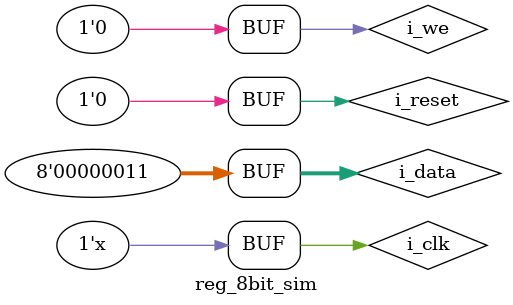
<source format=v>
`timescale 1ns / 1ps


module reg_8bit_sim();
	reg [7:0] i_data;
	reg i_clk = 0;
	reg i_reset;
	reg i_we;
	
	wire[7:0] o_data;
	
	reg_8bit uut(
		.i_data(i_data),
		.i_clk(i_clk),
		.i_reset(i_reset),
		.i_we(i_we),
		.o_data(o_data)
	);
	
	initial begin
		i_we = 1;
		#10 i_reset =1;
		#10 i_we = 0;i_reset=0;
		#10 i_data = 8'b11110000; i_we = 1;
		#10 i_we = 0;
		#10 i_data = 8'b00000011;
		#10 i_reset = 1;
		#10 i_reset = 0;
	
	end
	
	always #1 i_clk = ~i_clk;
endmodule

</source>
